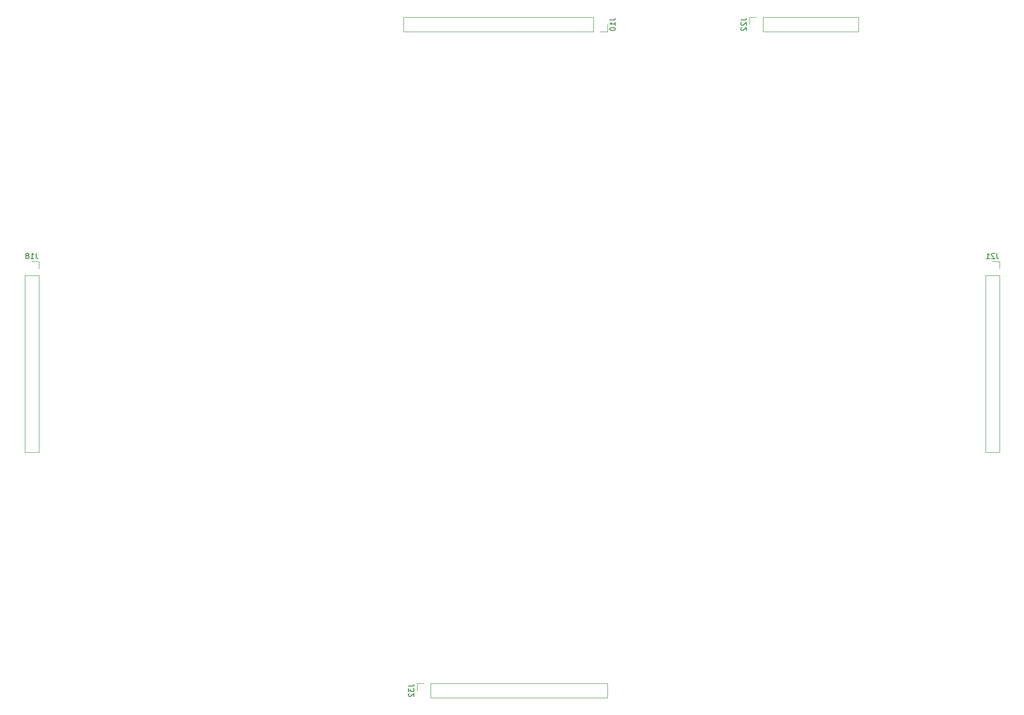
<source format=gbr>
%TF.GenerationSoftware,KiCad,Pcbnew,7.0.7*%
%TF.CreationDate,2024-07-17T16:02:38+10:00*%
%TF.ProjectId,MIDIAutomationSequencerIO,4d494449-4175-4746-9f6d-6174696f6e53,rev?*%
%TF.SameCoordinates,Original*%
%TF.FileFunction,Legend,Bot*%
%TF.FilePolarity,Positive*%
%FSLAX46Y46*%
G04 Gerber Fmt 4.6, Leading zero omitted, Abs format (unit mm)*
G04 Created by KiCad (PCBNEW 7.0.7) date 2024-07-17 16:02:38*
%MOMM*%
%LPD*%
G01*
G04 APERTURE LIST*
%ADD10C,0.150000*%
%ADD11C,0.120000*%
G04 APERTURE END LIST*
D10*
X87169523Y-154350819D02*
X87169523Y-155065104D01*
X87169523Y-155065104D02*
X87217142Y-155207961D01*
X87217142Y-155207961D02*
X87312380Y-155303200D01*
X87312380Y-155303200D02*
X87455237Y-155350819D01*
X87455237Y-155350819D02*
X87550475Y-155350819D01*
X86169523Y-155350819D02*
X86740951Y-155350819D01*
X86455237Y-155350819D02*
X86455237Y-154350819D01*
X86455237Y-154350819D02*
X86550475Y-154493676D01*
X86550475Y-154493676D02*
X86645713Y-154588914D01*
X86645713Y-154588914D02*
X86740951Y-154636533D01*
X85598094Y-154779390D02*
X85693332Y-154731771D01*
X85693332Y-154731771D02*
X85740951Y-154684152D01*
X85740951Y-154684152D02*
X85788570Y-154588914D01*
X85788570Y-154588914D02*
X85788570Y-154541295D01*
X85788570Y-154541295D02*
X85740951Y-154446057D01*
X85740951Y-154446057D02*
X85693332Y-154398438D01*
X85693332Y-154398438D02*
X85598094Y-154350819D01*
X85598094Y-154350819D02*
X85407618Y-154350819D01*
X85407618Y-154350819D02*
X85312380Y-154398438D01*
X85312380Y-154398438D02*
X85264761Y-154446057D01*
X85264761Y-154446057D02*
X85217142Y-154541295D01*
X85217142Y-154541295D02*
X85217142Y-154588914D01*
X85217142Y-154588914D02*
X85264761Y-154684152D01*
X85264761Y-154684152D02*
X85312380Y-154731771D01*
X85312380Y-154731771D02*
X85407618Y-154779390D01*
X85407618Y-154779390D02*
X85598094Y-154779390D01*
X85598094Y-154779390D02*
X85693332Y-154827009D01*
X85693332Y-154827009D02*
X85740951Y-154874628D01*
X85740951Y-154874628D02*
X85788570Y-154969866D01*
X85788570Y-154969866D02*
X85788570Y-155160342D01*
X85788570Y-155160342D02*
X85740951Y-155255580D01*
X85740951Y-155255580D02*
X85693332Y-155303200D01*
X85693332Y-155303200D02*
X85598094Y-155350819D01*
X85598094Y-155350819D02*
X85407618Y-155350819D01*
X85407618Y-155350819D02*
X85312380Y-155303200D01*
X85312380Y-155303200D02*
X85264761Y-155255580D01*
X85264761Y-155255580D02*
X85217142Y-155160342D01*
X85217142Y-155160342D02*
X85217142Y-154969866D01*
X85217142Y-154969866D02*
X85264761Y-154874628D01*
X85264761Y-154874628D02*
X85312380Y-154827009D01*
X85312380Y-154827009D02*
X85407618Y-154779390D01*
X267001523Y-154350819D02*
X267001523Y-155065104D01*
X267001523Y-155065104D02*
X267049142Y-155207961D01*
X267049142Y-155207961D02*
X267144380Y-155303200D01*
X267144380Y-155303200D02*
X267287237Y-155350819D01*
X267287237Y-155350819D02*
X267382475Y-155350819D01*
X266572951Y-154446057D02*
X266525332Y-154398438D01*
X266525332Y-154398438D02*
X266430094Y-154350819D01*
X266430094Y-154350819D02*
X266191999Y-154350819D01*
X266191999Y-154350819D02*
X266096761Y-154398438D01*
X266096761Y-154398438D02*
X266049142Y-154446057D01*
X266049142Y-154446057D02*
X266001523Y-154541295D01*
X266001523Y-154541295D02*
X266001523Y-154636533D01*
X266001523Y-154636533D02*
X266049142Y-154779390D01*
X266049142Y-154779390D02*
X266620570Y-155350819D01*
X266620570Y-155350819D02*
X266001523Y-155350819D01*
X265049142Y-155350819D02*
X265620570Y-155350819D01*
X265334856Y-155350819D02*
X265334856Y-154350819D01*
X265334856Y-154350819D02*
X265430094Y-154493676D01*
X265430094Y-154493676D02*
X265525332Y-154588914D01*
X265525332Y-154588914D02*
X265620570Y-154636533D01*
X194570819Y-110696476D02*
X195285104Y-110696476D01*
X195285104Y-110696476D02*
X195427961Y-110648857D01*
X195427961Y-110648857D02*
X195523200Y-110553619D01*
X195523200Y-110553619D02*
X195570819Y-110410762D01*
X195570819Y-110410762D02*
X195570819Y-110315524D01*
X195570819Y-111696476D02*
X195570819Y-111125048D01*
X195570819Y-111410762D02*
X194570819Y-111410762D01*
X194570819Y-111410762D02*
X194713676Y-111315524D01*
X194713676Y-111315524D02*
X194808914Y-111220286D01*
X194808914Y-111220286D02*
X194856533Y-111125048D01*
X194570819Y-112315524D02*
X194570819Y-112410762D01*
X194570819Y-112410762D02*
X194618438Y-112506000D01*
X194618438Y-112506000D02*
X194666057Y-112553619D01*
X194666057Y-112553619D02*
X194761295Y-112601238D01*
X194761295Y-112601238D02*
X194951771Y-112648857D01*
X194951771Y-112648857D02*
X195189866Y-112648857D01*
X195189866Y-112648857D02*
X195380342Y-112601238D01*
X195380342Y-112601238D02*
X195475580Y-112553619D01*
X195475580Y-112553619D02*
X195523200Y-112506000D01*
X195523200Y-112506000D02*
X195570819Y-112410762D01*
X195570819Y-112410762D02*
X195570819Y-112315524D01*
X195570819Y-112315524D02*
X195523200Y-112220286D01*
X195523200Y-112220286D02*
X195475580Y-112172667D01*
X195475580Y-112172667D02*
X195380342Y-112125048D01*
X195380342Y-112125048D02*
X195189866Y-112077429D01*
X195189866Y-112077429D02*
X194951771Y-112077429D01*
X194951771Y-112077429D02*
X194761295Y-112125048D01*
X194761295Y-112125048D02*
X194666057Y-112172667D01*
X194666057Y-112172667D02*
X194618438Y-112220286D01*
X194618438Y-112220286D02*
X194570819Y-112315524D01*
X156890819Y-235410476D02*
X157605104Y-235410476D01*
X157605104Y-235410476D02*
X157747961Y-235362857D01*
X157747961Y-235362857D02*
X157843200Y-235267619D01*
X157843200Y-235267619D02*
X157890819Y-235124762D01*
X157890819Y-235124762D02*
X157890819Y-235029524D01*
X156890819Y-235791429D02*
X156890819Y-236410476D01*
X156890819Y-236410476D02*
X157271771Y-236077143D01*
X157271771Y-236077143D02*
X157271771Y-236220000D01*
X157271771Y-236220000D02*
X157319390Y-236315238D01*
X157319390Y-236315238D02*
X157367009Y-236362857D01*
X157367009Y-236362857D02*
X157462247Y-236410476D01*
X157462247Y-236410476D02*
X157700342Y-236410476D01*
X157700342Y-236410476D02*
X157795580Y-236362857D01*
X157795580Y-236362857D02*
X157843200Y-236315238D01*
X157843200Y-236315238D02*
X157890819Y-236220000D01*
X157890819Y-236220000D02*
X157890819Y-235934286D01*
X157890819Y-235934286D02*
X157843200Y-235839048D01*
X157843200Y-235839048D02*
X157795580Y-235791429D01*
X156986057Y-236791429D02*
X156938438Y-236839048D01*
X156938438Y-236839048D02*
X156890819Y-236934286D01*
X156890819Y-236934286D02*
X156890819Y-237172381D01*
X156890819Y-237172381D02*
X156938438Y-237267619D01*
X156938438Y-237267619D02*
X156986057Y-237315238D01*
X156986057Y-237315238D02*
X157081295Y-237362857D01*
X157081295Y-237362857D02*
X157176533Y-237362857D01*
X157176533Y-237362857D02*
X157319390Y-237315238D01*
X157319390Y-237315238D02*
X157890819Y-236743810D01*
X157890819Y-236743810D02*
X157890819Y-237362857D01*
X219120819Y-110696476D02*
X219835104Y-110696476D01*
X219835104Y-110696476D02*
X219977961Y-110648857D01*
X219977961Y-110648857D02*
X220073200Y-110553619D01*
X220073200Y-110553619D02*
X220120819Y-110410762D01*
X220120819Y-110410762D02*
X220120819Y-110315524D01*
X219216057Y-111125048D02*
X219168438Y-111172667D01*
X219168438Y-111172667D02*
X219120819Y-111267905D01*
X219120819Y-111267905D02*
X219120819Y-111506000D01*
X219120819Y-111506000D02*
X219168438Y-111601238D01*
X219168438Y-111601238D02*
X219216057Y-111648857D01*
X219216057Y-111648857D02*
X219311295Y-111696476D01*
X219311295Y-111696476D02*
X219406533Y-111696476D01*
X219406533Y-111696476D02*
X219549390Y-111648857D01*
X219549390Y-111648857D02*
X220120819Y-111077429D01*
X220120819Y-111077429D02*
X220120819Y-111696476D01*
X219216057Y-112077429D02*
X219168438Y-112125048D01*
X219168438Y-112125048D02*
X219120819Y-112220286D01*
X219120819Y-112220286D02*
X219120819Y-112458381D01*
X219120819Y-112458381D02*
X219168438Y-112553619D01*
X219168438Y-112553619D02*
X219216057Y-112601238D01*
X219216057Y-112601238D02*
X219311295Y-112648857D01*
X219311295Y-112648857D02*
X219406533Y-112648857D01*
X219406533Y-112648857D02*
X219549390Y-112601238D01*
X219549390Y-112601238D02*
X220120819Y-112029810D01*
X220120819Y-112029810D02*
X220120819Y-112648857D01*
D11*
%TO.C,J18*%
X87690000Y-191576000D02*
X85030000Y-191576000D01*
X87690000Y-158496000D02*
X87690000Y-191576000D01*
X87690000Y-158496000D02*
X85030000Y-158496000D01*
X87690000Y-157226000D02*
X87690000Y-155896000D01*
X87690000Y-155896000D02*
X86360000Y-155896000D01*
X85030000Y-158496000D02*
X85030000Y-191576000D01*
%TO.C,J21*%
X267522000Y-191576000D02*
X264862000Y-191576000D01*
X267522000Y-158496000D02*
X267522000Y-191576000D01*
X267522000Y-158496000D02*
X264862000Y-158496000D01*
X267522000Y-157226000D02*
X267522000Y-155896000D01*
X267522000Y-155896000D02*
X266192000Y-155896000D01*
X264862000Y-158496000D02*
X264862000Y-191576000D01*
%TO.C,J10*%
X155896000Y-112836000D02*
X155896000Y-110176000D01*
X191516000Y-112836000D02*
X155896000Y-112836000D01*
X191516000Y-112836000D02*
X191516000Y-110176000D01*
X192786000Y-112836000D02*
X194116000Y-112836000D01*
X194116000Y-112836000D02*
X194116000Y-111506000D01*
X191516000Y-110176000D02*
X155896000Y-110176000D01*
%TO.C,J32*%
X194116000Y-234890000D02*
X194116000Y-237550000D01*
X161036000Y-234890000D02*
X194116000Y-234890000D01*
X161036000Y-234890000D02*
X161036000Y-237550000D01*
X159766000Y-234890000D02*
X158436000Y-234890000D01*
X158436000Y-234890000D02*
X158436000Y-236220000D01*
X161036000Y-237550000D02*
X194116000Y-237550000D01*
%TO.C,J22*%
X241106000Y-110176000D02*
X241106000Y-112836000D01*
X223266000Y-110176000D02*
X241106000Y-110176000D01*
X223266000Y-110176000D02*
X223266000Y-112836000D01*
X221996000Y-110176000D02*
X220666000Y-110176000D01*
X220666000Y-110176000D02*
X220666000Y-111506000D01*
X223266000Y-112836000D02*
X241106000Y-112836000D01*
%TD*%
M02*

</source>
